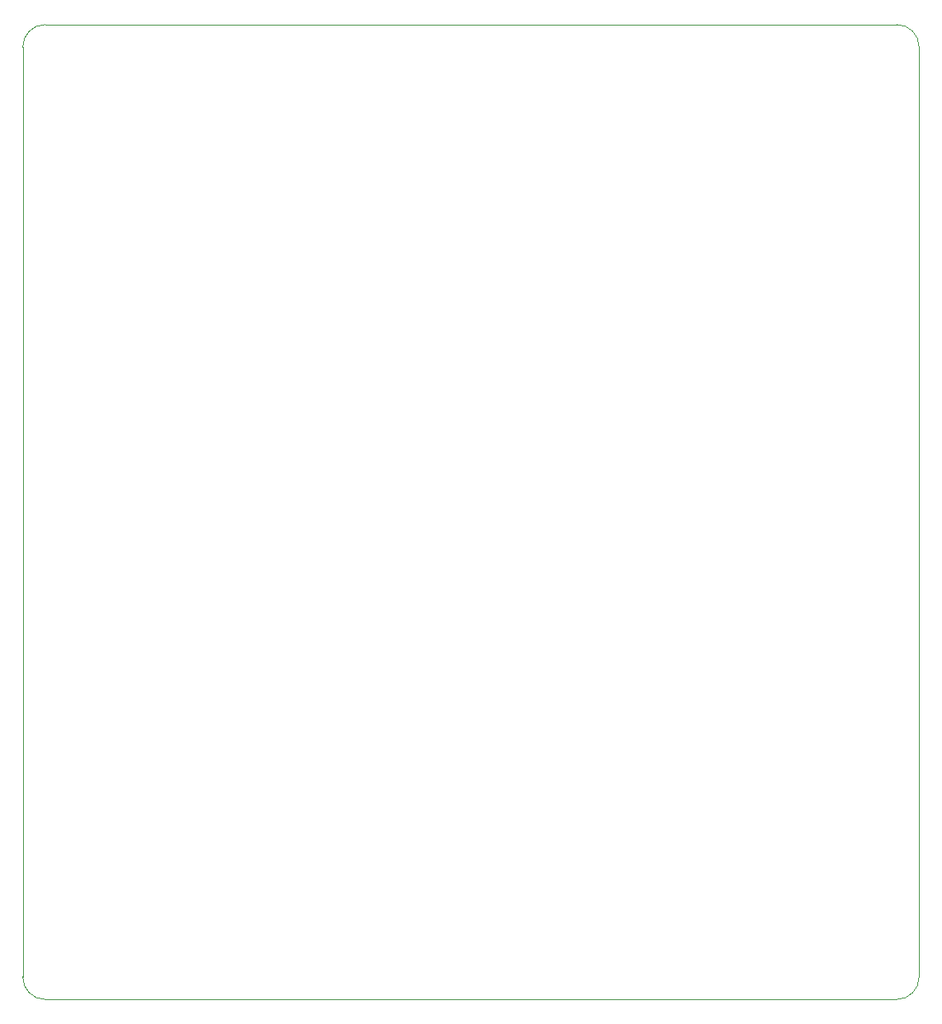
<source format=gbr>
G04 #@! TF.GenerationSoftware,KiCad,Pcbnew,(5.1.0)-1*
G04 #@! TF.CreationDate,2021-07-12T23:23:52+02:00*
G04 #@! TF.ProjectId,Magnetsteuerung_v2.1,4d61676e-6574-4737-9465-756572756e67,rev?*
G04 #@! TF.SameCoordinates,Original*
G04 #@! TF.FileFunction,Profile,NP*
%FSLAX46Y46*%
G04 Gerber Fmt 4.6, Leading zero omitted, Abs format (unit mm)*
G04 Created by KiCad (PCBNEW (5.1.0)-1) date 2021-07-12 23:23:52*
%MOMM*%
%LPD*%
G04 APERTURE LIST*
%ADD10C,0.050000*%
G04 APERTURE END LIST*
D10*
X178750000Y-30950000D02*
G75*
G02X181050000Y-33250000I0J-2300000D01*
G01*
X88950000Y-33250000D02*
G75*
G02X91250000Y-30950000I2300000J0D01*
G01*
X91250000Y-131050000D02*
G75*
G02X88950000Y-128750000I0J2300000D01*
G01*
X181050000Y-128750000D02*
G75*
G02X178750000Y-131050000I-2300000J0D01*
G01*
X88950000Y-128750000D02*
X88950000Y-33250000D01*
X178750000Y-30950000D02*
X91250000Y-30950000D01*
X181050000Y-128750000D02*
X181050000Y-33250000D01*
X91250000Y-131050000D02*
X178750000Y-131050000D01*
M02*

</source>
